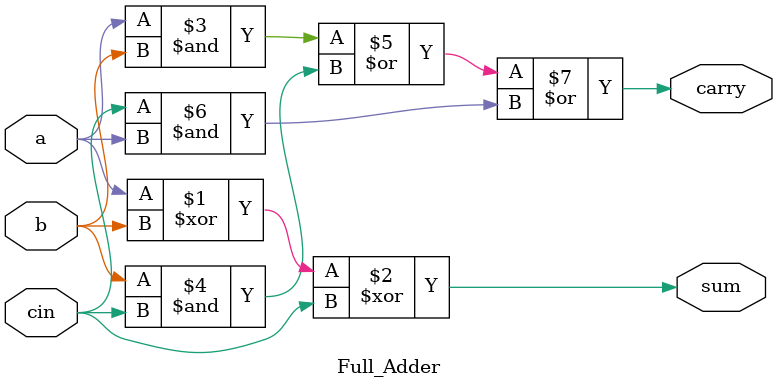
<source format=v>
module Full_Adder (input a,b,cin, output sum, carry);

assign sum=a^b^cin;
assign carry=a&b|b&cin|cin&a;

endmodule
</source>
